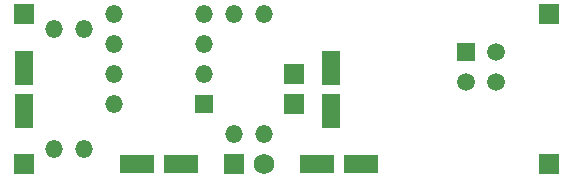
<source format=gts>
G04 (created by PCBNEW (22-Jun-2014 BZR 4027)-stable) date Wed 28 Mar 2018 01:35:14 AM CDT*
%MOIN*%
G04 Gerber Fmt 3.4, Leading zero omitted, Abs format*
%FSLAX34Y34*%
G01*
G70*
G90*
G04 APERTURE LIST*
%ADD10C,0.00590551*%
%ADD11R,0.059X0.059*%
%ADD12C,0.059*%
%ADD13R,0.069X0.069*%
%ADD14O,0.059X0.059*%
%ADD15R,0.059X0.114*%
%ADD16R,0.114X0.059*%
%ADD17C,0.069*%
G04 APERTURE END LIST*
G54D10*
G54D11*
X79750Y-55250D03*
G54D12*
X80750Y-56250D03*
X80750Y-55250D03*
X79750Y-56250D03*
G54D13*
X65000Y-59000D03*
X65000Y-54000D03*
X74000Y-57000D03*
X74000Y-56000D03*
G54D14*
X66000Y-54500D03*
X66000Y-58500D03*
X67000Y-58500D03*
X67000Y-54500D03*
X72000Y-54000D03*
X72000Y-58000D03*
G54D11*
X71000Y-57000D03*
G54D14*
X71000Y-56000D03*
X71000Y-55000D03*
X71000Y-54000D03*
X68000Y-54000D03*
X68000Y-55000D03*
X68000Y-57000D03*
X68000Y-56000D03*
G54D15*
X75250Y-57225D03*
X75250Y-55775D03*
X65000Y-55775D03*
X65000Y-57225D03*
G54D16*
X68775Y-59000D03*
X70225Y-59000D03*
X74775Y-59000D03*
X76225Y-59000D03*
G54D14*
X73000Y-58000D03*
X73000Y-54000D03*
G54D13*
X72000Y-59000D03*
G54D17*
X73000Y-59000D03*
G54D13*
X82500Y-54000D03*
X82500Y-59000D03*
M02*

</source>
